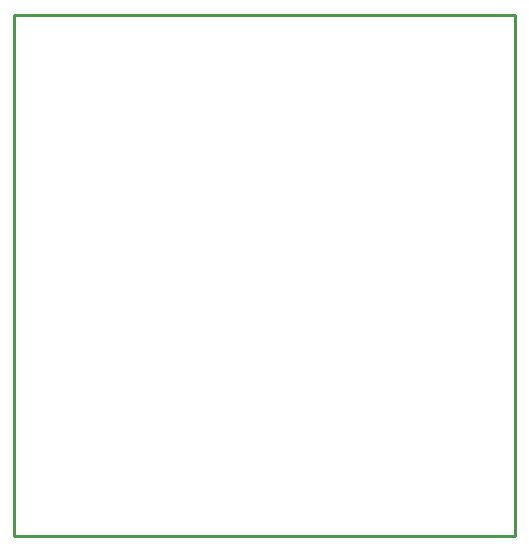
<source format=gko>
G04*
G04 #@! TF.GenerationSoftware,Altium Limited,Altium Designer,21.0.8 (223)*
G04*
G04 Layer_Color=16711935*
%FSLAX25Y25*%
%MOIN*%
G70*
G04*
G04 #@! TF.SameCoordinates,AE60A7D3-7942-428E-9249-63F1B2AFBED3*
G04*
G04*
G04 #@! TF.FilePolarity,Positive*
G04*
G01*
G75*
%ADD11C,0.01000*%
D11*
X209000Y217700D02*
Y295800D01*
X209000Y391600D02*
X209000Y295800D01*
X209000Y391600D02*
X376000D01*
Y217700D02*
Y391600D01*
X209000Y217700D02*
X376000Y217700D01*
M02*

</source>
